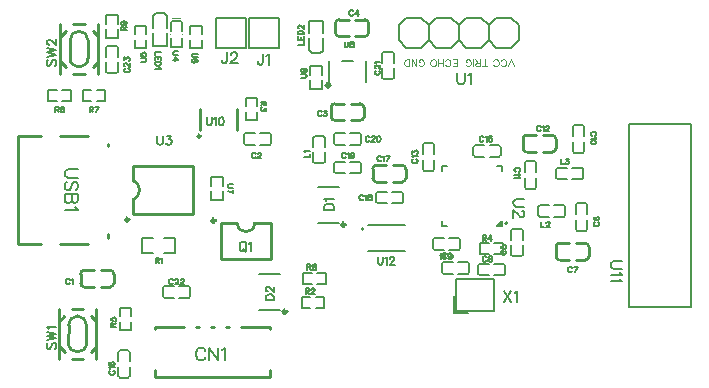
<source format=gto>
G04 Layer: TopSilkscreenLayer*
G04 EasyEDA v6.5.34, 2023-10-27 16:27:23*
G04 808af14f2a724accbce3cd49f21b2442,3d03538306d245868c61186af2047e2d,10*
G04 Gerber Generator version 0.2*
G04 Scale: 100 percent, Rotated: No, Reflected: No *
G04 Dimensions in millimeters *
G04 leading zeros omitted , absolute positions ,4 integer and 5 decimal *
%FSLAX45Y45*%
%MOMM*%

%ADD10C,0.1524*%
%ADD11C,0.0508*%
%ADD12C,0.2540*%
%ADD13C,0.2032*%
%ADD14C,0.2030*%
%ADD15C,0.1499*%
%ADD16C,0.1520*%
%ADD17C,0.2000*%
%ADD18C,0.3000*%
%ADD19C,0.0762*%
%ADD20C,0.0175*%

%LPD*%
D10*
X973836Y4700015D02*
G01*
X971550Y4704587D01*
X966978Y4709160D01*
X962405Y4711445D01*
X953515Y4711445D01*
X948944Y4709160D01*
X944371Y4704587D01*
X942086Y4700015D01*
X939800Y4693157D01*
X939800Y4681728D01*
X942086Y4674870D01*
X944371Y4670552D01*
X948944Y4665979D01*
X953515Y4663694D01*
X962405Y4663694D01*
X966978Y4665979D01*
X971550Y4670552D01*
X973836Y4674870D01*
X988821Y4702302D02*
G01*
X993394Y4704587D01*
X1000252Y4711445D01*
X1000252Y4663694D01*
X3107436Y6122415D02*
G01*
X3105150Y6126987D01*
X3100577Y6131560D01*
X3096006Y6133845D01*
X3087115Y6133845D01*
X3082543Y6131560D01*
X3077972Y6126987D01*
X3075686Y6122415D01*
X3073400Y6115557D01*
X3073400Y6104128D01*
X3075686Y6097270D01*
X3077972Y6092952D01*
X3082543Y6088379D01*
X3087115Y6086094D01*
X3096006Y6086094D01*
X3100577Y6088379D01*
X3105150Y6092952D01*
X3107436Y6097270D01*
X3126993Y6133845D02*
G01*
X3152140Y6133845D01*
X3138424Y6115557D01*
X3145281Y6115557D01*
X3149854Y6113271D01*
X3152140Y6110986D01*
X3154425Y6104128D01*
X3154425Y6099555D01*
X3152140Y6092952D01*
X3147568Y6088379D01*
X3140709Y6086094D01*
X3133852Y6086094D01*
X3126993Y6088379D01*
X3124708Y6090665D01*
X3122422Y6095237D01*
X3374136Y6973315D02*
G01*
X3371850Y6977887D01*
X3367277Y6982460D01*
X3362706Y6984745D01*
X3353815Y6984745D01*
X3349243Y6982460D01*
X3344672Y6977887D01*
X3342386Y6973315D01*
X3340100Y6966458D01*
X3340100Y6955028D01*
X3342386Y6948170D01*
X3344672Y6943852D01*
X3349243Y6939279D01*
X3353815Y6936994D01*
X3362706Y6936994D01*
X3367277Y6939279D01*
X3371850Y6943852D01*
X3374136Y6948170D01*
X3411981Y6984745D02*
G01*
X3389122Y6952742D01*
X3423158Y6952742D01*
X3411981Y6984745D02*
G01*
X3411981Y6936994D01*
X5228336Y4801621D02*
G01*
X5226050Y4806193D01*
X5221477Y4810765D01*
X5216906Y4813051D01*
X5208015Y4813051D01*
X5203443Y4810765D01*
X5198872Y4806193D01*
X5196586Y4801621D01*
X5194300Y4794763D01*
X5194300Y4783333D01*
X5196586Y4776475D01*
X5198872Y4772157D01*
X5203443Y4767585D01*
X5208015Y4765299D01*
X5216906Y4765299D01*
X5221477Y4767585D01*
X5226050Y4772157D01*
X5228336Y4776475D01*
X5275325Y4813051D02*
G01*
X5252465Y4765299D01*
X5243322Y4813051D02*
G01*
X5275325Y4813051D01*
X4961636Y5995415D02*
G01*
X4959350Y5999987D01*
X4954777Y6004560D01*
X4950206Y6006845D01*
X4941315Y6006845D01*
X4936743Y6004560D01*
X4932172Y5999987D01*
X4929886Y5995415D01*
X4927600Y5988557D01*
X4927600Y5977128D01*
X4929886Y5970270D01*
X4932172Y5965952D01*
X4936743Y5961379D01*
X4941315Y5959094D01*
X4950206Y5959094D01*
X4954777Y5961379D01*
X4959350Y5965952D01*
X4961636Y5970270D01*
X4976622Y5997702D02*
G01*
X4981193Y5999987D01*
X4988052Y6006845D01*
X4988052Y5959094D01*
X5005324Y5995415D02*
G01*
X5005324Y5997702D01*
X5007609Y6002273D01*
X5009895Y6004560D01*
X5014468Y6006845D01*
X5023611Y6006845D01*
X5027929Y6004560D01*
X5030215Y6002273D01*
X5032502Y5997702D01*
X5032502Y5993129D01*
X5030215Y5988557D01*
X5025897Y5981700D01*
X5003038Y5959094D01*
X5034788Y5959094D01*
X3613711Y5741415D02*
G01*
X3611425Y5745987D01*
X3606853Y5750560D01*
X3602281Y5752845D01*
X3593391Y5752845D01*
X3588819Y5750560D01*
X3584247Y5745987D01*
X3581961Y5741415D01*
X3579675Y5734557D01*
X3579675Y5723128D01*
X3581961Y5716270D01*
X3584247Y5711952D01*
X3588819Y5707379D01*
X3593391Y5705094D01*
X3602281Y5705094D01*
X3606853Y5707379D01*
X3611425Y5711952D01*
X3613711Y5716270D01*
X3628697Y5743702D02*
G01*
X3633269Y5745987D01*
X3640127Y5752845D01*
X3640127Y5705094D01*
X3686863Y5752845D02*
G01*
X3664257Y5705094D01*
X3655113Y5752845D02*
G01*
X3686863Y5752845D01*
X2548636Y5766815D02*
G01*
X2546350Y5771387D01*
X2541777Y5775960D01*
X2537206Y5778245D01*
X2528315Y5778245D01*
X2523743Y5775960D01*
X2519172Y5771387D01*
X2516886Y5766815D01*
X2514600Y5759957D01*
X2514600Y5748528D01*
X2516886Y5741670D01*
X2519172Y5737352D01*
X2523743Y5732779D01*
X2528315Y5730494D01*
X2537206Y5730494D01*
X2541777Y5732779D01*
X2546350Y5737352D01*
X2548636Y5741670D01*
X2565908Y5766815D02*
G01*
X2565908Y5769102D01*
X2568193Y5773673D01*
X2570479Y5775960D01*
X2575052Y5778245D01*
X2584195Y5778245D01*
X2588768Y5775960D01*
X2591054Y5773673D01*
X2593340Y5769102D01*
X2593340Y5764529D01*
X2591054Y5759957D01*
X2586481Y5753100D01*
X2563622Y5730494D01*
X2595625Y5730494D01*
X4634484Y4948936D02*
G01*
X4629911Y4946650D01*
X4625340Y4942078D01*
X4623054Y4937505D01*
X4623054Y4928615D01*
X4625340Y4924044D01*
X4629911Y4919471D01*
X4634484Y4917186D01*
X4641341Y4914900D01*
X4652772Y4914900D01*
X4659629Y4917186D01*
X4663947Y4919471D01*
X4668520Y4924044D01*
X4670806Y4928615D01*
X4670806Y4937505D01*
X4668520Y4942078D01*
X4663947Y4946650D01*
X4659629Y4948936D01*
X4623054Y4991354D02*
G01*
X4623054Y4968494D01*
X4643627Y4966207D01*
X4641341Y4968494D01*
X4639056Y4975352D01*
X4639056Y4982210D01*
X4641341Y4989068D01*
X4645913Y4993639D01*
X4652772Y4995926D01*
X4657343Y4995926D01*
X4663947Y4993639D01*
X4668520Y4989068D01*
X4670806Y4982210D01*
X4670806Y4975352D01*
X4668520Y4968494D01*
X4666234Y4966207D01*
X4661661Y4963921D01*
X5421884Y5190241D02*
G01*
X5417311Y5187955D01*
X5412740Y5183383D01*
X5410454Y5178811D01*
X5410454Y5169921D01*
X5412740Y5165349D01*
X5417311Y5160777D01*
X5421884Y5158491D01*
X5428741Y5156205D01*
X5440172Y5156205D01*
X5447029Y5158491D01*
X5451347Y5160777D01*
X5455920Y5165349D01*
X5458206Y5169921D01*
X5458206Y5178811D01*
X5455920Y5183383D01*
X5451347Y5187955D01*
X5447029Y5190241D01*
X5417311Y5232659D02*
G01*
X5412740Y5230373D01*
X5410454Y5223515D01*
X5410454Y5218943D01*
X5412740Y5212085D01*
X5419597Y5207513D01*
X5431027Y5205227D01*
X5442458Y5205227D01*
X5451347Y5207513D01*
X5455920Y5212085D01*
X5458206Y5218943D01*
X5458206Y5221229D01*
X5455920Y5228087D01*
X5451347Y5232659D01*
X5444743Y5234945D01*
X5442458Y5234945D01*
X5435600Y5232659D01*
X5431027Y5228087D01*
X5428741Y5221229D01*
X5428741Y5218943D01*
X5431027Y5212085D01*
X5435600Y5207513D01*
X5442458Y5205227D01*
X4504436Y4890515D02*
G01*
X4502150Y4895087D01*
X4497577Y4899660D01*
X4493006Y4901945D01*
X4484115Y4901945D01*
X4479543Y4899660D01*
X4474972Y4895087D01*
X4472686Y4890515D01*
X4470400Y4883657D01*
X4470400Y4872228D01*
X4472686Y4865370D01*
X4474972Y4861052D01*
X4479543Y4856479D01*
X4484115Y4854194D01*
X4493006Y4854194D01*
X4497577Y4856479D01*
X4502150Y4861052D01*
X4504436Y4865370D01*
X4530852Y4901945D02*
G01*
X4523993Y4899660D01*
X4521708Y4895087D01*
X4521708Y4890515D01*
X4523993Y4885944D01*
X4528565Y4883657D01*
X4537709Y4881371D01*
X4544568Y4879086D01*
X4549140Y4874513D01*
X4551425Y4869942D01*
X4551425Y4863337D01*
X4549140Y4858765D01*
X4546854Y4856479D01*
X4539995Y4854194D01*
X4530852Y4854194D01*
X4523993Y4856479D01*
X4521708Y4858765D01*
X4519422Y4863337D01*
X4519422Y4869942D01*
X4521708Y4874513D01*
X4526279Y4879086D01*
X4533138Y4881371D01*
X4542281Y4883657D01*
X4546854Y4885944D01*
X4549140Y4890515D01*
X4549140Y4895087D01*
X4546854Y4899660D01*
X4539995Y4901945D01*
X4530852Y4901945D01*
X4161536Y4915915D02*
G01*
X4159250Y4920487D01*
X4154677Y4925060D01*
X4150106Y4927345D01*
X4141215Y4927345D01*
X4136643Y4925060D01*
X4132072Y4920487D01*
X4129786Y4915915D01*
X4127500Y4909057D01*
X4127500Y4897628D01*
X4129786Y4890770D01*
X4132072Y4886452D01*
X4136643Y4881879D01*
X4141215Y4879594D01*
X4150106Y4879594D01*
X4154677Y4881879D01*
X4159250Y4886452D01*
X4161536Y4890770D01*
X4206240Y4911344D02*
G01*
X4203954Y4904486D01*
X4199381Y4899913D01*
X4192524Y4897628D01*
X4190238Y4897628D01*
X4183379Y4899913D01*
X4178808Y4904486D01*
X4176522Y4911344D01*
X4176522Y4913629D01*
X4178808Y4920487D01*
X4183379Y4925060D01*
X4190238Y4927345D01*
X4192524Y4927345D01*
X4199381Y4925060D01*
X4203954Y4920487D01*
X4206240Y4911344D01*
X4206240Y4899913D01*
X4203954Y4888737D01*
X4199381Y4881879D01*
X4192524Y4879594D01*
X4187952Y4879594D01*
X4181093Y4881879D01*
X4178808Y4886452D01*
X5423915Y5922263D02*
G01*
X5428488Y5924550D01*
X5433059Y5929121D01*
X5435345Y5933694D01*
X5435345Y5942584D01*
X5433059Y5947155D01*
X5428488Y5951728D01*
X5423915Y5954013D01*
X5417058Y5956300D01*
X5405627Y5956300D01*
X5398770Y5954013D01*
X5394452Y5951728D01*
X5389879Y5947155D01*
X5387593Y5942584D01*
X5387593Y5933694D01*
X5389879Y5929121D01*
X5394452Y5924550D01*
X5398770Y5922263D01*
X5426202Y5907278D02*
G01*
X5428488Y5902705D01*
X5435345Y5895847D01*
X5387593Y5895847D01*
X5435345Y5867145D02*
G01*
X5433059Y5874004D01*
X5426202Y5878576D01*
X5414772Y5880862D01*
X5407913Y5880862D01*
X5396738Y5878576D01*
X5389879Y5874004D01*
X5387593Y5867145D01*
X5387593Y5862573D01*
X5389879Y5855970D01*
X5396738Y5851397D01*
X5407913Y5849112D01*
X5414772Y5849112D01*
X5426202Y5851397D01*
X5433059Y5855970D01*
X5435345Y5862573D01*
X5435345Y5867145D01*
X4776215Y5617463D02*
G01*
X4780788Y5619750D01*
X4785359Y5624321D01*
X4787645Y5628894D01*
X4787645Y5637784D01*
X4785359Y5642355D01*
X4780788Y5646928D01*
X4776215Y5649213D01*
X4769358Y5651500D01*
X4757927Y5651500D01*
X4751070Y5649213D01*
X4746752Y5646928D01*
X4742179Y5642355D01*
X4739893Y5637784D01*
X4739893Y5628894D01*
X4742179Y5624321D01*
X4746752Y5619750D01*
X4751070Y5617463D01*
X4778502Y5602478D02*
G01*
X4780788Y5597905D01*
X4787645Y5591047D01*
X4739893Y5591047D01*
X4778502Y5576062D02*
G01*
X4780788Y5571489D01*
X4787645Y5564631D01*
X4739893Y5564631D01*
X3885184Y5723636D02*
G01*
X3880611Y5721350D01*
X3876040Y5716778D01*
X3873754Y5712205D01*
X3873754Y5703315D01*
X3876040Y5698744D01*
X3880611Y5694171D01*
X3885184Y5691886D01*
X3892041Y5689600D01*
X3903472Y5689600D01*
X3910329Y5691886D01*
X3914647Y5694171D01*
X3919220Y5698744D01*
X3921506Y5703315D01*
X3921506Y5712205D01*
X3919220Y5716778D01*
X3914647Y5721350D01*
X3910329Y5723636D01*
X3882897Y5738621D02*
G01*
X3880611Y5743194D01*
X3873754Y5750052D01*
X3921506Y5750052D01*
X3873754Y5769610D02*
G01*
X3873754Y5794502D01*
X3892041Y5781039D01*
X3892041Y5787897D01*
X3894327Y5792215D01*
X3896613Y5794502D01*
X3903472Y5796787D01*
X3908043Y5796787D01*
X3914647Y5794502D01*
X3919220Y5789929D01*
X3921506Y5783326D01*
X3921506Y5776468D01*
X3919220Y5769610D01*
X3916934Y5767323D01*
X3912361Y5765037D01*
X4182363Y4888484D02*
G01*
X4184650Y4883912D01*
X4189222Y4879339D01*
X4193793Y4877054D01*
X4202684Y4877054D01*
X4207256Y4879339D01*
X4211827Y4883912D01*
X4214113Y4888484D01*
X4216400Y4895342D01*
X4216400Y4906771D01*
X4214113Y4913629D01*
X4211827Y4917947D01*
X4207256Y4922520D01*
X4202684Y4924805D01*
X4193793Y4924805D01*
X4189222Y4922520D01*
X4184650Y4917947D01*
X4182363Y4913629D01*
X4167377Y4886197D02*
G01*
X4162806Y4883912D01*
X4155947Y4877054D01*
X4155947Y4924805D01*
X4118102Y4877054D02*
G01*
X4140961Y4909057D01*
X4106925Y4909057D01*
X4118102Y4877054D02*
G01*
X4118102Y4924805D01*
X4479036Y5906515D02*
G01*
X4476750Y5911087D01*
X4472177Y5915660D01*
X4467606Y5917945D01*
X4458715Y5917945D01*
X4454143Y5915660D01*
X4449572Y5911087D01*
X4447286Y5906515D01*
X4445000Y5899657D01*
X4445000Y5888228D01*
X4447286Y5881370D01*
X4449572Y5877052D01*
X4454143Y5872479D01*
X4458715Y5870194D01*
X4467606Y5870194D01*
X4472177Y5872479D01*
X4476750Y5877052D01*
X4479036Y5881370D01*
X4494022Y5908802D02*
G01*
X4498593Y5911087D01*
X4505452Y5917945D01*
X4505452Y5870194D01*
X4547615Y5917945D02*
G01*
X4525009Y5917945D01*
X4522724Y5897371D01*
X4525009Y5899657D01*
X4531868Y5901944D01*
X4538725Y5901944D01*
X4545329Y5899657D01*
X4549902Y5895086D01*
X4552188Y5888228D01*
X4552188Y5883655D01*
X4549902Y5877052D01*
X4545329Y5872479D01*
X4538725Y5870194D01*
X4531868Y5870194D01*
X4525009Y5872479D01*
X4522724Y5874765D01*
X4520438Y5879337D01*
X1319784Y3932936D02*
G01*
X1315212Y3930650D01*
X1310639Y3926078D01*
X1308354Y3921505D01*
X1308354Y3912615D01*
X1310639Y3908044D01*
X1315212Y3903471D01*
X1319784Y3901186D01*
X1326642Y3898900D01*
X1338071Y3898900D01*
X1344929Y3901186D01*
X1349247Y3903471D01*
X1353820Y3908044D01*
X1356105Y3912615D01*
X1356105Y3921505D01*
X1353820Y3926078D01*
X1349247Y3930650D01*
X1344929Y3932936D01*
X1317497Y3947921D02*
G01*
X1315212Y3952494D01*
X1308354Y3959352D01*
X1356105Y3959352D01*
X1315212Y4001515D02*
G01*
X1310639Y3999229D01*
X1308354Y3992626D01*
X1308354Y3988054D01*
X1310639Y3981195D01*
X1317497Y3976623D01*
X1328928Y3974337D01*
X1340357Y3974337D01*
X1349247Y3976623D01*
X1353820Y3981195D01*
X1356105Y3988054D01*
X1356105Y3990339D01*
X1353820Y3997197D01*
X1349247Y4001515D01*
X1342644Y4003802D01*
X1340357Y4003802D01*
X1333500Y4001515D01*
X1328928Y3997197D01*
X1326642Y3990339D01*
X1326642Y3988054D01*
X1328928Y3981195D01*
X1333500Y3976623D01*
X1340357Y3974337D01*
X3461362Y5411215D02*
G01*
X3459076Y5415787D01*
X3454504Y5420360D01*
X3449932Y5422645D01*
X3440788Y5422645D01*
X3436470Y5420360D01*
X3431898Y5415787D01*
X3429612Y5411215D01*
X3427326Y5404357D01*
X3427326Y5392928D01*
X3429612Y5386070D01*
X3431898Y5381752D01*
X3436470Y5377179D01*
X3440788Y5374894D01*
X3449932Y5374894D01*
X3454504Y5377179D01*
X3459076Y5381752D01*
X3461362Y5386070D01*
X3476348Y5413502D02*
G01*
X3480920Y5415787D01*
X3487778Y5422645D01*
X3487778Y5374894D01*
X3514194Y5422645D02*
G01*
X3507336Y5420360D01*
X3505050Y5415787D01*
X3505050Y5411215D01*
X3507336Y5406644D01*
X3511908Y5404357D01*
X3520798Y5402071D01*
X3527656Y5399786D01*
X3532228Y5395213D01*
X3534514Y5390642D01*
X3534514Y5384037D01*
X3532228Y5379465D01*
X3529942Y5377179D01*
X3523084Y5374894D01*
X3514194Y5374894D01*
X3507336Y5377179D01*
X3505050Y5379465D01*
X3502764Y5384037D01*
X3502764Y5390642D01*
X3505050Y5395213D01*
X3509622Y5399786D01*
X3516480Y5402071D01*
X3525370Y5404357D01*
X3529942Y5406644D01*
X3532228Y5411215D01*
X3532228Y5415787D01*
X3529942Y5420360D01*
X3523084Y5422645D01*
X3514194Y5422645D01*
X3310636Y5766815D02*
G01*
X3308350Y5771387D01*
X3303777Y5775960D01*
X3299206Y5778245D01*
X3290315Y5778245D01*
X3285743Y5775960D01*
X3281172Y5771387D01*
X3278886Y5766815D01*
X3276600Y5759957D01*
X3276600Y5748528D01*
X3278886Y5741670D01*
X3281172Y5737352D01*
X3285743Y5732779D01*
X3290315Y5730494D01*
X3299206Y5730494D01*
X3303777Y5732779D01*
X3308350Y5737352D01*
X3310636Y5741670D01*
X3325622Y5769102D02*
G01*
X3330193Y5771387D01*
X3337052Y5778245D01*
X3337052Y5730494D01*
X3381502Y5762244D02*
G01*
X3379215Y5755386D01*
X3374897Y5750813D01*
X3368040Y5748528D01*
X3365754Y5748528D01*
X3358895Y5750813D01*
X3354324Y5755386D01*
X3352038Y5762244D01*
X3352038Y5764529D01*
X3354324Y5771387D01*
X3358895Y5775960D01*
X3365754Y5778245D01*
X3368040Y5778245D01*
X3374897Y5775960D01*
X3379215Y5771387D01*
X3381502Y5762244D01*
X3381502Y5750813D01*
X3379215Y5739637D01*
X3374897Y5732779D01*
X3368040Y5730494D01*
X3363468Y5730494D01*
X3356609Y5732779D01*
X3354324Y5737352D01*
X3513836Y5906515D02*
G01*
X3511550Y5911087D01*
X3506977Y5915660D01*
X3502406Y5917945D01*
X3493515Y5917945D01*
X3488943Y5915660D01*
X3484372Y5911087D01*
X3482086Y5906515D01*
X3479800Y5899657D01*
X3479800Y5888228D01*
X3482086Y5881370D01*
X3484372Y5877052D01*
X3488943Y5872479D01*
X3493515Y5870194D01*
X3502406Y5870194D01*
X3506977Y5872479D01*
X3511550Y5877052D01*
X3513836Y5881370D01*
X3531108Y5906515D02*
G01*
X3531108Y5908802D01*
X3533393Y5913373D01*
X3535679Y5915660D01*
X3540252Y5917945D01*
X3549395Y5917945D01*
X3553968Y5915660D01*
X3556254Y5913373D01*
X3558540Y5908802D01*
X3558540Y5904229D01*
X3556254Y5899657D01*
X3551681Y5892800D01*
X3528822Y5870194D01*
X3560825Y5870194D01*
X3589274Y5917945D02*
G01*
X3582415Y5915660D01*
X3578097Y5908802D01*
X3575811Y5897371D01*
X3575811Y5890513D01*
X3578097Y5879337D01*
X3582415Y5872479D01*
X3589274Y5870194D01*
X3593845Y5870194D01*
X3600704Y5872479D01*
X3605275Y5879337D01*
X3607561Y5890513D01*
X3607561Y5897371D01*
X3605275Y5908802D01*
X3600704Y5915660D01*
X3593845Y5917945D01*
X3589274Y5917945D01*
X3567684Y6472936D02*
G01*
X3563111Y6470650D01*
X3558540Y6466078D01*
X3556254Y6461505D01*
X3556254Y6452615D01*
X3558540Y6448044D01*
X3563111Y6443471D01*
X3567684Y6441186D01*
X3574541Y6438900D01*
X3585972Y6438900D01*
X3592829Y6441186D01*
X3597147Y6443471D01*
X3601720Y6448044D01*
X3604006Y6452615D01*
X3604006Y6461505D01*
X3601720Y6466078D01*
X3597147Y6470650D01*
X3592829Y6472936D01*
X3567684Y6490207D02*
G01*
X3565397Y6490207D01*
X3560825Y6492494D01*
X3558540Y6494779D01*
X3556254Y6499352D01*
X3556254Y6508495D01*
X3558540Y6513068D01*
X3560825Y6515354D01*
X3565397Y6517639D01*
X3569970Y6517639D01*
X3574541Y6515354D01*
X3581400Y6510781D01*
X3604006Y6487921D01*
X3604006Y6519926D01*
X3565397Y6534912D02*
G01*
X3563111Y6539229D01*
X3556254Y6546087D01*
X3604006Y6546087D01*
X1850136Y4700015D02*
G01*
X1847850Y4704587D01*
X1843278Y4709160D01*
X1838705Y4711445D01*
X1829815Y4711445D01*
X1825244Y4709160D01*
X1820671Y4704587D01*
X1818386Y4700015D01*
X1816100Y4693157D01*
X1816100Y4681728D01*
X1818386Y4674870D01*
X1820671Y4670552D01*
X1825244Y4665979D01*
X1829815Y4663694D01*
X1838705Y4663694D01*
X1843278Y4665979D01*
X1847850Y4670552D01*
X1850136Y4674870D01*
X1867407Y4700015D02*
G01*
X1867407Y4702302D01*
X1869694Y4706873D01*
X1871979Y4709160D01*
X1876552Y4711445D01*
X1885695Y4711445D01*
X1890268Y4709160D01*
X1892554Y4706873D01*
X1894839Y4702302D01*
X1894839Y4697729D01*
X1892554Y4693157D01*
X1887981Y4686300D01*
X1865121Y4663694D01*
X1897126Y4663694D01*
X1914397Y4700015D02*
G01*
X1914397Y4702302D01*
X1916429Y4706873D01*
X1918715Y4709160D01*
X1923287Y4711445D01*
X1932431Y4711445D01*
X1937004Y4709160D01*
X1939290Y4706873D01*
X1941575Y4702302D01*
X1941575Y4697729D01*
X1939290Y4693157D01*
X1934718Y4686300D01*
X1912112Y4663694D01*
X1943861Y4663694D01*
X2123188Y4101558D02*
G01*
X2117854Y4111972D01*
X2107440Y4122386D01*
X2097280Y4127466D01*
X2076452Y4127466D01*
X2066038Y4122386D01*
X2055624Y4111972D01*
X2050290Y4101558D01*
X2045210Y4085810D01*
X2045210Y4059902D01*
X2050290Y4044408D01*
X2055624Y4033994D01*
X2066038Y4023580D01*
X2076452Y4018500D01*
X2097280Y4018500D01*
X2107440Y4023580D01*
X2117854Y4033994D01*
X2123188Y4044408D01*
X2157478Y4127466D02*
G01*
X2157478Y4018500D01*
X2157478Y4127466D02*
G01*
X2230122Y4018500D01*
X2230122Y4127466D02*
G01*
X2230122Y4018500D01*
X2264412Y4106638D02*
G01*
X2274826Y4111972D01*
X2290320Y4127466D01*
X2290320Y4018500D01*
X3132327Y5295900D02*
G01*
X3208781Y5295900D01*
X3132327Y5295900D02*
G01*
X3132327Y5321300D01*
X3135884Y5332221D01*
X3143250Y5339587D01*
X3150615Y5343144D01*
X3161538Y5346700D01*
X3179572Y5346700D01*
X3190493Y5343144D01*
X3197859Y5339587D01*
X3205225Y5332221D01*
X3208781Y5321300D01*
X3208781Y5295900D01*
X3146806Y5370829D02*
G01*
X3143250Y5378195D01*
X3132327Y5388863D01*
X3208781Y5388863D01*
X2634488Y4533900D02*
G01*
X2701290Y4533900D01*
X2634488Y4533900D02*
G01*
X2634488Y4556252D01*
X2637536Y4565650D01*
X2643886Y4572000D01*
X2650490Y4575302D01*
X2659888Y4578350D01*
X2675890Y4578350D01*
X2685288Y4575302D01*
X2691638Y4572000D01*
X2697988Y4565650D01*
X2701290Y4556252D01*
X2701290Y4533900D01*
X2650490Y4602734D02*
G01*
X2647188Y4602734D01*
X2640838Y4605781D01*
X2637536Y4609084D01*
X2634488Y4615434D01*
X2634488Y4628134D01*
X2637536Y4634484D01*
X2640838Y4637531D01*
X2647188Y4640834D01*
X2653538Y4640834D01*
X2659888Y4637531D01*
X2669540Y4631181D01*
X2701290Y4599431D01*
X2701290Y4643881D01*
X2610865Y6615937D02*
G01*
X2610865Y6543294D01*
X2606293Y6529578D01*
X2601722Y6525005D01*
X2592577Y6520434D01*
X2583688Y6520434D01*
X2574543Y6525005D01*
X2569972Y6529578D01*
X2565400Y6543294D01*
X2565400Y6552437D01*
X2640838Y6597904D02*
G01*
X2649981Y6602476D01*
X2663697Y6615937D01*
X2663697Y6520434D01*
X2306065Y6628637D02*
G01*
X2306065Y6555994D01*
X2301493Y6542278D01*
X2296922Y6537705D01*
X2287777Y6533134D01*
X2278888Y6533134D01*
X2269743Y6537705D01*
X2265172Y6542278D01*
X2260600Y6555994D01*
X2260600Y6565137D01*
X2340609Y6606031D02*
G01*
X2340609Y6610604D01*
X2345181Y6619494D01*
X2349754Y6624065D01*
X2358897Y6628637D01*
X2376931Y6628637D01*
X2386075Y6624065D01*
X2390647Y6619494D01*
X2395220Y6610604D01*
X2395220Y6601460D01*
X2390647Y6592315D01*
X2381504Y6578600D01*
X2336038Y6533134D01*
X2399791Y6533134D01*
X2959354Y5740400D02*
G01*
X3007106Y5740400D01*
X3007106Y5740400D02*
G01*
X3007106Y5767578D01*
X2968497Y5782563D02*
G01*
X2966211Y5787136D01*
X2959354Y5793994D01*
X3007106Y5793994D01*
X4965700Y5194051D02*
G01*
X4965700Y5146299D01*
X4965700Y5146299D02*
G01*
X4992877Y5146299D01*
X5010150Y5182621D02*
G01*
X5010150Y5184907D01*
X5012436Y5189479D01*
X5014722Y5191765D01*
X5019293Y5194051D01*
X5028438Y5194051D01*
X5033009Y5191765D01*
X5035295Y5189479D01*
X5037581Y5184907D01*
X5037581Y5180335D01*
X5035295Y5175763D01*
X5030724Y5168905D01*
X5007863Y5146299D01*
X5039868Y5146299D01*
X5130800Y5727445D02*
G01*
X5130800Y5679694D01*
X5130800Y5679694D02*
G01*
X5157977Y5679694D01*
X5177536Y5727445D02*
G01*
X5202681Y5727445D01*
X5188965Y5709157D01*
X5195824Y5709157D01*
X5200395Y5706871D01*
X5202681Y5704586D01*
X5204968Y5697728D01*
X5204968Y5693155D01*
X5202681Y5686552D01*
X5198109Y5681979D01*
X5191252Y5679694D01*
X5184393Y5679694D01*
X5177536Y5681979D01*
X5175250Y5684265D01*
X5172963Y5688837D01*
X1744454Y6634050D02*
G01*
X1696702Y6634050D01*
X1696702Y6634050D02*
G01*
X1696702Y6606872D01*
X1744454Y6591632D02*
G01*
X1696702Y6591632D01*
X1744454Y6591632D02*
G01*
X1744454Y6562168D01*
X1721594Y6591632D02*
G01*
X1721594Y6573598D01*
X1696702Y6591632D02*
G01*
X1696702Y6562168D01*
X1744454Y6547182D02*
G01*
X1696702Y6547182D01*
X1744454Y6547182D02*
G01*
X1744454Y6531180D01*
X1742168Y6524576D01*
X1737596Y6520004D01*
X1733024Y6517718D01*
X1726166Y6515432D01*
X1714990Y6515432D01*
X1708132Y6517718D01*
X1703560Y6520004D01*
X1698988Y6524576D01*
X1696702Y6531180D01*
X1696702Y6547182D01*
X1735310Y6500446D02*
G01*
X1737596Y6495874D01*
X1744454Y6489016D01*
X1696702Y6489016D01*
X2908554Y6692900D02*
G01*
X2956306Y6692900D01*
X2956306Y6692900D02*
G01*
X2956306Y6720078D01*
X2908554Y6735063D02*
G01*
X2956306Y6735063D01*
X2908554Y6735063D02*
G01*
X2908554Y6764781D01*
X2931413Y6735063D02*
G01*
X2931413Y6753352D01*
X2956306Y6735063D02*
G01*
X2956306Y6764781D01*
X2908554Y6779768D02*
G01*
X2956306Y6779768D01*
X2908554Y6779768D02*
G01*
X2908554Y6795515D01*
X2910840Y6802373D01*
X2915411Y6806945D01*
X2919984Y6809231D01*
X2926841Y6811518D01*
X2938272Y6811518D01*
X2945129Y6809231D01*
X2949447Y6806945D01*
X2954020Y6802373D01*
X2956306Y6795515D01*
X2956306Y6779768D01*
X2919984Y6828789D02*
G01*
X2917697Y6828789D01*
X2913125Y6831076D01*
X2910840Y6833362D01*
X2908554Y6837934D01*
X2908554Y6847078D01*
X2910840Y6851650D01*
X2913125Y6853681D01*
X2917697Y6855968D01*
X2922270Y6855968D01*
X2926841Y6853681D01*
X2933700Y6849363D01*
X2956306Y6826504D01*
X2956306Y6858254D01*
X2434843Y5021071D02*
G01*
X2427477Y5017515D01*
X2420365Y5010150D01*
X2416556Y5002784D01*
X2413000Y4991862D01*
X2413000Y4973828D01*
X2416556Y4962905D01*
X2420365Y4955539D01*
X2427477Y4948173D01*
X2434843Y4944618D01*
X2449322Y4944618D01*
X2456688Y4948173D01*
X2463800Y4955539D01*
X2467609Y4962905D01*
X2471165Y4973828D01*
X2471165Y4991862D01*
X2467609Y5002784D01*
X2463800Y5010150D01*
X2456688Y5017515D01*
X2449322Y5021071D01*
X2434843Y5021071D01*
X2445765Y4959095D02*
G01*
X2467609Y4937505D01*
X2495295Y5006594D02*
G01*
X2502408Y5010150D01*
X2513329Y5021071D01*
X2513329Y4944618D01*
X1701800Y4889245D02*
G01*
X1701800Y4841494D01*
X1701800Y4889245D02*
G01*
X1722373Y4889245D01*
X1728978Y4886960D01*
X1731263Y4884673D01*
X1733550Y4880102D01*
X1733550Y4875529D01*
X1731263Y4870957D01*
X1728978Y4868671D01*
X1722373Y4866386D01*
X1701800Y4866386D01*
X1717802Y4866386D02*
G01*
X1733550Y4841494D01*
X1748536Y4880102D02*
G01*
X1753107Y4882387D01*
X1759965Y4889245D01*
X1759965Y4841494D01*
X2972308Y4628895D02*
G01*
X2972308Y4581144D01*
X2972308Y4628895D02*
G01*
X2992881Y4628895D01*
X2999486Y4626610D01*
X3001772Y4624323D01*
X3004058Y4619752D01*
X3004058Y4615179D01*
X3001772Y4610607D01*
X2999486Y4608321D01*
X2992881Y4606036D01*
X2972308Y4606036D01*
X2988309Y4606036D02*
G01*
X3004058Y4581144D01*
X3021329Y4617465D02*
G01*
X3021329Y4619752D01*
X3023615Y4624323D01*
X3025902Y4626610D01*
X3030474Y4628895D01*
X3039618Y4628895D01*
X3044190Y4626610D01*
X3046475Y4624323D01*
X3048761Y4619752D01*
X3048761Y4615179D01*
X3046475Y4610607D01*
X3041904Y4603750D01*
X3019043Y4581144D01*
X3051047Y4581144D01*
X2641345Y6210300D02*
G01*
X2593593Y6210300D01*
X2641345Y6210300D02*
G01*
X2641345Y6189726D01*
X2639059Y6183121D01*
X2636774Y6180836D01*
X2632202Y6178550D01*
X2627629Y6178550D01*
X2623058Y6180836D01*
X2620772Y6183121D01*
X2618486Y6189726D01*
X2618486Y6210300D01*
X2618486Y6194297D02*
G01*
X2593593Y6178550D01*
X2641345Y6158992D02*
G01*
X2641345Y6133845D01*
X2623058Y6147562D01*
X2623058Y6140704D01*
X2620772Y6136131D01*
X2618486Y6133845D01*
X2611627Y6131560D01*
X2607056Y6131560D01*
X2600452Y6133845D01*
X2595879Y6138418D01*
X2593593Y6145276D01*
X2593593Y6152134D01*
X2595879Y6158992D01*
X2598165Y6161278D01*
X2602738Y6163563D01*
X4470400Y5079745D02*
G01*
X4470400Y5031994D01*
X4470400Y5079745D02*
G01*
X4490974Y5079745D01*
X4497577Y5077460D01*
X4499863Y5075173D01*
X4502150Y5070602D01*
X4502150Y5066029D01*
X4499863Y5061457D01*
X4497577Y5059171D01*
X4490974Y5056886D01*
X4470400Y5056886D01*
X4486402Y5056886D02*
G01*
X4502150Y5031994D01*
X4539995Y5079745D02*
G01*
X4517136Y5047742D01*
X4551425Y5047742D01*
X4539995Y5079745D02*
G01*
X4539995Y5031994D01*
X1321054Y4305300D02*
G01*
X1368805Y4305300D01*
X1321054Y4305300D02*
G01*
X1321054Y4325873D01*
X1323339Y4332478D01*
X1325626Y4334763D01*
X1330197Y4337050D01*
X1334770Y4337050D01*
X1339342Y4334763D01*
X1341628Y4332478D01*
X1343913Y4325873D01*
X1343913Y4305300D01*
X1343913Y4321302D02*
G01*
X1368805Y4337050D01*
X1321054Y4379468D02*
G01*
X1321054Y4356607D01*
X1341628Y4354321D01*
X1339342Y4356607D01*
X1337055Y4363465D01*
X1337055Y4370323D01*
X1339342Y4377181D01*
X1343913Y4381754D01*
X1350771Y4384039D01*
X1355344Y4384039D01*
X1361947Y4381754D01*
X1366520Y4377181D01*
X1368805Y4370323D01*
X1368805Y4363465D01*
X1366520Y4356607D01*
X1364234Y4354321D01*
X1359662Y4352036D01*
X851407Y6165595D02*
G01*
X851407Y6117844D01*
X851407Y6165595D02*
G01*
X871981Y6165595D01*
X878586Y6163310D01*
X880871Y6161023D01*
X883157Y6156452D01*
X883157Y6151879D01*
X880871Y6147307D01*
X878586Y6145021D01*
X871981Y6142736D01*
X851407Y6142736D01*
X867410Y6142736D02*
G01*
X883157Y6117844D01*
X925576Y6158737D02*
G01*
X923289Y6163310D01*
X916431Y6165595D01*
X911860Y6165595D01*
X905002Y6163310D01*
X900429Y6156452D01*
X898144Y6145021D01*
X898144Y6133592D01*
X900429Y6124702D01*
X905002Y6120129D01*
X911860Y6117844D01*
X914145Y6117844D01*
X921004Y6120129D01*
X925576Y6124702D01*
X927862Y6131305D01*
X927862Y6133592D01*
X925576Y6140450D01*
X921004Y6145021D01*
X914145Y6147307D01*
X911860Y6147307D01*
X905002Y6145021D01*
X900429Y6140450D01*
X898144Y6133592D01*
X1143507Y6165595D02*
G01*
X1143507Y6117844D01*
X1143507Y6165595D02*
G01*
X1164081Y6165595D01*
X1170686Y6163310D01*
X1172971Y6161023D01*
X1175257Y6156452D01*
X1175257Y6151879D01*
X1172971Y6147307D01*
X1170686Y6145021D01*
X1164081Y6142736D01*
X1143507Y6142736D01*
X1159510Y6142736D02*
G01*
X1175257Y6117844D01*
X1222247Y6165595D02*
G01*
X1199387Y6117844D01*
X1190244Y6165595D02*
G01*
X1222247Y6165595D01*
X2985008Y4832095D02*
G01*
X2985008Y4784344D01*
X2985008Y4832095D02*
G01*
X3005581Y4832095D01*
X3012186Y4829810D01*
X3014472Y4827523D01*
X3016758Y4822952D01*
X3016758Y4818379D01*
X3014472Y4813807D01*
X3012186Y4811521D01*
X3005581Y4809236D01*
X2985008Y4809236D01*
X3001009Y4809236D02*
G01*
X3016758Y4784344D01*
X3043174Y4832095D02*
G01*
X3036315Y4829810D01*
X3034029Y4825237D01*
X3034029Y4820665D01*
X3036315Y4816094D01*
X3040888Y4813807D01*
X3050031Y4811521D01*
X3056890Y4809236D01*
X3061461Y4804663D01*
X3063747Y4800092D01*
X3063747Y4793487D01*
X3061461Y4788915D01*
X3059175Y4786629D01*
X3052318Y4784344D01*
X3043174Y4784344D01*
X3036315Y4786629D01*
X3034029Y4788915D01*
X3031743Y4793487D01*
X3031743Y4800092D01*
X3034029Y4804663D01*
X3038602Y4809236D01*
X3045459Y4811521D01*
X3054604Y4813807D01*
X3059175Y4816094D01*
X3061461Y4820665D01*
X3061461Y4825237D01*
X3059175Y4829810D01*
X3052318Y4832095D01*
X3043174Y4832095D01*
X1575562Y6546850D02*
G01*
X1609852Y6546850D01*
X1616455Y6549136D01*
X1621028Y6553708D01*
X1623313Y6560565D01*
X1623313Y6565137D01*
X1621028Y6571742D01*
X1616455Y6576313D01*
X1609852Y6578600D01*
X1575562Y6578600D01*
X1575562Y6621018D02*
G01*
X1575562Y6598158D01*
X1596136Y6595871D01*
X1593850Y6598158D01*
X1591563Y6605015D01*
X1591563Y6611873D01*
X1593850Y6618731D01*
X1598421Y6623304D01*
X1605279Y6625589D01*
X1609852Y6625589D01*
X1616455Y6623304D01*
X1621028Y6618731D01*
X1623313Y6611873D01*
X1623313Y6605015D01*
X1621028Y6598158D01*
X1618742Y6595871D01*
X1614170Y6593586D01*
X2058161Y6616700D02*
G01*
X2023872Y6616700D01*
X2017268Y6614413D01*
X2012695Y6609842D01*
X2010409Y6602984D01*
X2010409Y6598412D01*
X2012695Y6591808D01*
X2017268Y6587236D01*
X2023872Y6584950D01*
X2058161Y6584950D01*
X2051304Y6542531D02*
G01*
X2055875Y6544818D01*
X2058161Y6551676D01*
X2058161Y6556247D01*
X2055875Y6563105D01*
X2049018Y6567678D01*
X2037588Y6569963D01*
X2026158Y6569963D01*
X2017268Y6567678D01*
X2012695Y6563105D01*
X2010409Y6556247D01*
X2010409Y6553962D01*
X2012695Y6547104D01*
X2017268Y6542531D01*
X2023872Y6540245D01*
X2026158Y6540245D01*
X2033015Y6542531D01*
X2037588Y6547104D01*
X2039874Y6553962D01*
X2039874Y6556247D01*
X2037588Y6563105D01*
X2033015Y6567678D01*
X2026158Y6569963D01*
X2361945Y5511800D02*
G01*
X2327656Y5511800D01*
X2321052Y5509513D01*
X2316479Y5504942D01*
X2314193Y5498084D01*
X2314193Y5493512D01*
X2316479Y5486907D01*
X2321052Y5482336D01*
X2327656Y5480050D01*
X2361945Y5480050D01*
X2361945Y5433060D02*
G01*
X2314193Y5455920D01*
X2361945Y5465063D02*
G01*
X2361945Y5433060D01*
X2933954Y6413500D02*
G01*
X2968243Y6413500D01*
X2974847Y6415786D01*
X2979420Y6420357D01*
X2981706Y6427215D01*
X2981706Y6431787D01*
X2979420Y6438392D01*
X2974847Y6442963D01*
X2968243Y6445250D01*
X2933954Y6445250D01*
X2949956Y6489954D02*
G01*
X2956813Y6487668D01*
X2961386Y6483095D01*
X2963672Y6476237D01*
X2963672Y6473952D01*
X2961386Y6467094D01*
X2956813Y6462521D01*
X2949956Y6460236D01*
X2947670Y6460236D01*
X2940811Y6462521D01*
X2936240Y6467094D01*
X2933954Y6473952D01*
X2933954Y6476237D01*
X2936240Y6483095D01*
X2940811Y6487668D01*
X2949956Y6489954D01*
X2961386Y6489954D01*
X2972561Y6487668D01*
X2979420Y6483095D01*
X2981706Y6476237D01*
X2981706Y6471665D01*
X2979420Y6464807D01*
X2974847Y6462521D01*
X793750Y4165600D02*
G01*
X786384Y4158487D01*
X782828Y4147565D01*
X782828Y4133087D01*
X786384Y4122165D01*
X793750Y4114800D01*
X801115Y4114800D01*
X808228Y4118355D01*
X812037Y4122165D01*
X815594Y4129278D01*
X822960Y4151121D01*
X826515Y4158487D01*
X830071Y4162044D01*
X837437Y4165600D01*
X848360Y4165600D01*
X855726Y4158487D01*
X859281Y4147565D01*
X859281Y4133087D01*
X855726Y4122165D01*
X848360Y4114800D01*
X782828Y4189729D02*
G01*
X859281Y4207763D01*
X782828Y4226052D02*
G01*
X859281Y4207763D01*
X782828Y4226052D02*
G01*
X859281Y4244339D01*
X782828Y4262373D02*
G01*
X859281Y4244339D01*
X797305Y4286504D02*
G01*
X793750Y4293615D01*
X782828Y4304537D01*
X859281Y4304537D01*
X4825238Y5384800D02*
G01*
X4757165Y5384800D01*
X4743450Y5380228D01*
X4734306Y5371084D01*
X4729734Y5357621D01*
X4729734Y5348478D01*
X4734306Y5334762D01*
X4743450Y5325618D01*
X4757165Y5321045D01*
X4825238Y5321045D01*
X4802631Y5286502D02*
G01*
X4807204Y5286502D01*
X4816093Y5282184D01*
X4820665Y5277612D01*
X4825238Y5268468D01*
X4825238Y5250179D01*
X4820665Y5241289D01*
X4816093Y5236718D01*
X4807204Y5232145D01*
X4798059Y5232145D01*
X4788915Y5236718D01*
X4775200Y5245607D01*
X4729734Y5291073D01*
X4729734Y5227573D01*
X1714500Y5922771D02*
G01*
X1714500Y5868162D01*
X1718055Y5857239D01*
X1725421Y5849873D01*
X1736344Y5846318D01*
X1743710Y5846318D01*
X1754378Y5849873D01*
X1761744Y5857239D01*
X1765300Y5868162D01*
X1765300Y5922771D01*
X1796795Y5922771D02*
G01*
X1836673Y5922771D01*
X1814829Y5893562D01*
X1825752Y5893562D01*
X1833118Y5890005D01*
X1836673Y5886450D01*
X1840229Y5875528D01*
X1840229Y5868162D01*
X1836673Y5857239D01*
X1829307Y5849873D01*
X1818386Y5846318D01*
X1807463Y5846318D01*
X1796795Y5849873D01*
X1792986Y5853684D01*
X1789429Y5860795D01*
X1895774Y6635435D02*
G01*
X1861484Y6635435D01*
X1854880Y6633149D01*
X1850308Y6628577D01*
X1848022Y6621973D01*
X1848022Y6617401D01*
X1850308Y6610543D01*
X1854880Y6605971D01*
X1861484Y6603685D01*
X1895774Y6603685D01*
X1895774Y6565839D02*
G01*
X1863770Y6588699D01*
X1863770Y6554663D01*
X1895774Y6565839D02*
G01*
X1848022Y6565839D01*
X3302000Y6718045D02*
G01*
X3302000Y6683755D01*
X3304286Y6677152D01*
X3308858Y6672579D01*
X3315715Y6670294D01*
X3320288Y6670294D01*
X3326891Y6672579D01*
X3331463Y6677152D01*
X3333750Y6683755D01*
X3333750Y6718045D01*
X3360165Y6718045D02*
G01*
X3353308Y6715760D01*
X3351022Y6711187D01*
X3351022Y6706615D01*
X3353308Y6702044D01*
X3357879Y6699758D01*
X3367024Y6697471D01*
X3373881Y6695186D01*
X3378454Y6690613D01*
X3380740Y6686042D01*
X3380740Y6679437D01*
X3378454Y6674865D01*
X3376168Y6672579D01*
X3369309Y6670294D01*
X3360165Y6670294D01*
X3353308Y6672579D01*
X3351022Y6674865D01*
X3348736Y6679437D01*
X3348736Y6686042D01*
X3351022Y6690613D01*
X3355593Y6695186D01*
X3362452Y6697471D01*
X3371595Y6699758D01*
X3376168Y6702044D01*
X3378454Y6706615D01*
X3378454Y6711187D01*
X3376168Y6715760D01*
X3369309Y6718045D01*
X3360165Y6718045D01*
X2133600Y6077712D02*
G01*
X2133600Y6029960D01*
X2136902Y6020562D01*
X2143252Y6014212D01*
X2152650Y6010910D01*
X2159000Y6010910D01*
X2168652Y6014212D01*
X2175002Y6020562D01*
X2178050Y6029960D01*
X2178050Y6077712D01*
X2199131Y6065012D02*
G01*
X2205481Y6068313D01*
X2215134Y6077712D01*
X2215134Y6010910D01*
X2255265Y6077712D02*
G01*
X2245613Y6074663D01*
X2239263Y6065012D01*
X2235961Y6049010D01*
X2235961Y6039612D01*
X2239263Y6023610D01*
X2245613Y6014212D01*
X2255265Y6010910D01*
X2261615Y6010910D01*
X2271013Y6014212D01*
X2277363Y6023610D01*
X2280665Y6039612D01*
X2280665Y6049010D01*
X2277363Y6065012D01*
X2271013Y6074663D01*
X2261615Y6077712D01*
X2255265Y6077712D01*
X3581400Y4896612D02*
G01*
X3581400Y4848860D01*
X3584702Y4839462D01*
X3591052Y4833112D01*
X3600450Y4829810D01*
X3606800Y4829810D01*
X3616452Y4833112D01*
X3622802Y4839462D01*
X3625850Y4848860D01*
X3625850Y4896612D01*
X3646931Y4883912D02*
G01*
X3653281Y4887213D01*
X3662934Y4896612D01*
X3662934Y4829810D01*
X3687063Y4880610D02*
G01*
X3687063Y4883912D01*
X3690111Y4890262D01*
X3693413Y4893563D01*
X3699763Y4896612D01*
X3712463Y4896612D01*
X3718813Y4893563D01*
X3722115Y4890262D01*
X3725163Y4883912D01*
X3725163Y4877562D01*
X3722115Y4871212D01*
X3715765Y4861560D01*
X3683761Y4829810D01*
X3728465Y4829810D01*
X1042415Y5638812D02*
G01*
X964437Y5638812D01*
X948944Y5633732D01*
X938529Y5623318D01*
X933450Y5607570D01*
X933450Y5597156D01*
X938529Y5581662D01*
X948944Y5571248D01*
X964437Y5566168D01*
X1042415Y5566168D01*
X1026921Y5458980D02*
G01*
X1037336Y5469394D01*
X1042415Y5485142D01*
X1042415Y5505716D01*
X1037336Y5521464D01*
X1026921Y5531878D01*
X1016507Y5531878D01*
X1006094Y5526544D01*
X1000760Y5521464D01*
X995679Y5511050D01*
X985265Y5479808D01*
X980186Y5469394D01*
X974852Y5464314D01*
X964437Y5458980D01*
X948944Y5458980D01*
X938529Y5469394D01*
X933450Y5485142D01*
X933450Y5505716D01*
X938529Y5521464D01*
X948944Y5531878D01*
X1042415Y5424690D02*
G01*
X933450Y5424690D01*
X1042415Y5424690D02*
G01*
X1042415Y5377954D01*
X1037336Y5362460D01*
X1032002Y5357126D01*
X1021587Y5352046D01*
X1011173Y5352046D01*
X1000760Y5357126D01*
X995679Y5362460D01*
X990600Y5377954D01*
X990600Y5424690D02*
G01*
X990600Y5377954D01*
X985265Y5362460D01*
X980186Y5357126D01*
X969771Y5352046D01*
X954023Y5352046D01*
X943610Y5357126D01*
X938529Y5362460D01*
X933450Y5377954D01*
X933450Y5424690D01*
X1021587Y5317756D02*
G01*
X1026921Y5307342D01*
X1042415Y5291848D01*
X933450Y5291848D01*
X4648200Y4609337D02*
G01*
X4711954Y4513834D01*
X4711954Y4609337D02*
G01*
X4648200Y4513834D01*
X4741925Y4591304D02*
G01*
X4750815Y4595876D01*
X4764531Y4609337D01*
X4764531Y4513834D01*
X5651245Y4857546D02*
G01*
X5582920Y4857546D01*
X5569458Y4853228D01*
X5560313Y4844084D01*
X5555741Y4830368D01*
X5555741Y4821224D01*
X5560313Y4807762D01*
X5569458Y4798618D01*
X5582920Y4794046D01*
X5651245Y4794046D01*
X5632958Y4764074D02*
G01*
X5637529Y4754930D01*
X5651245Y4741214D01*
X5555741Y4741214D01*
X5632958Y4711242D02*
G01*
X5637529Y4702098D01*
X5651245Y4688636D01*
X5555741Y4688636D01*
X4254500Y6450837D02*
G01*
X4254500Y6382765D01*
X4259072Y6369050D01*
X4268215Y6359905D01*
X4281677Y6355334D01*
X4290822Y6355334D01*
X4304538Y6359905D01*
X4313681Y6369050D01*
X4318254Y6382765D01*
X4318254Y6450837D01*
X4348225Y6432804D02*
G01*
X4357115Y6437376D01*
X4370831Y6450837D01*
X4370831Y6355334D01*
D11*
X4733797Y6508242D02*
G01*
X4710938Y6568694D01*
X4687824Y6508242D02*
G01*
X4710938Y6568694D01*
X4625340Y6522720D02*
G01*
X4628388Y6516878D01*
X4633975Y6511036D01*
X4639818Y6508242D01*
X4651247Y6508242D01*
X4657090Y6511036D01*
X4662931Y6516878D01*
X4665725Y6522720D01*
X4668774Y6531355D01*
X4668774Y6545579D01*
X4665725Y6554470D01*
X4662931Y6560058D01*
X4657090Y6565900D01*
X4651247Y6568694D01*
X4639818Y6568694D01*
X4633975Y6565900D01*
X4628388Y6560058D01*
X4625340Y6554470D01*
X4563109Y6522720D02*
G01*
X4565904Y6516878D01*
X4571745Y6511036D01*
X4577588Y6508242D01*
X4589018Y6508242D01*
X4594859Y6511036D01*
X4600447Y6516878D01*
X4603495Y6522720D01*
X4606290Y6531355D01*
X4606290Y6545579D01*
X4603495Y6554470D01*
X4600447Y6560058D01*
X4594859Y6565900D01*
X4589018Y6568694D01*
X4577588Y6568694D01*
X4571745Y6565900D01*
X4565904Y6560058D01*
X4563109Y6554470D01*
X4488179Y6508242D02*
G01*
X4488179Y6568694D01*
X4508500Y6508242D02*
G01*
X4468113Y6508242D01*
X4449063Y6508242D02*
G01*
X4449063Y6568694D01*
X4449063Y6508242D02*
G01*
X4423156Y6508242D01*
X4414520Y6511036D01*
X4411472Y6513829D01*
X4408677Y6519671D01*
X4408677Y6525513D01*
X4411472Y6531355D01*
X4414520Y6534150D01*
X4423156Y6536944D01*
X4449063Y6536944D01*
X4428743Y6536944D02*
G01*
X4408677Y6568694D01*
X4389627Y6508242D02*
G01*
X4389627Y6568694D01*
X4327143Y6522720D02*
G01*
X4330191Y6516878D01*
X4335779Y6511036D01*
X4341622Y6508242D01*
X4353306Y6508242D01*
X4358893Y6511036D01*
X4364736Y6516878D01*
X4367529Y6522720D01*
X4370577Y6531355D01*
X4370577Y6545579D01*
X4367529Y6554470D01*
X4364736Y6560058D01*
X4358893Y6565900D01*
X4353306Y6568694D01*
X4341622Y6568694D01*
X4335779Y6565900D01*
X4330191Y6560058D01*
X4327143Y6554470D01*
X4327143Y6545579D01*
X4341622Y6545579D02*
G01*
X4327143Y6545579D01*
X4254500Y6508242D02*
G01*
X4254500Y6568694D01*
X4254500Y6508242D02*
G01*
X4216908Y6508242D01*
X4254500Y6536944D02*
G01*
X4231386Y6536944D01*
X4254500Y6568694D02*
G01*
X4216908Y6568694D01*
X4154677Y6522720D02*
G01*
X4157472Y6516878D01*
X4163313Y6511036D01*
X4169156Y6508242D01*
X4180586Y6508242D01*
X4186427Y6511036D01*
X4192270Y6516878D01*
X4195063Y6522720D01*
X4197858Y6531355D01*
X4197858Y6545579D01*
X4195063Y6554470D01*
X4192270Y6560058D01*
X4186427Y6565900D01*
X4180586Y6568694D01*
X4169156Y6568694D01*
X4163313Y6565900D01*
X4157472Y6560058D01*
X4154677Y6554470D01*
X4135627Y6508242D02*
G01*
X4135627Y6568694D01*
X4095241Y6508242D02*
G01*
X4095241Y6568694D01*
X4135627Y6536944D02*
G01*
X4095241Y6536944D01*
X4058920Y6508242D02*
G01*
X4064508Y6511036D01*
X4070350Y6516878D01*
X4073143Y6522720D01*
X4076191Y6531355D01*
X4076191Y6545579D01*
X4073143Y6554470D01*
X4070350Y6560058D01*
X4064508Y6565900D01*
X4058920Y6568694D01*
X4047236Y6568694D01*
X4041393Y6565900D01*
X4035806Y6560058D01*
X4032758Y6554470D01*
X4029963Y6545579D01*
X4029963Y6531355D01*
X4032758Y6522720D01*
X4035806Y6516878D01*
X4041393Y6511036D01*
X4047236Y6508242D01*
X4058920Y6508242D01*
X3928618Y6522720D02*
G01*
X3931411Y6516878D01*
X3937254Y6511036D01*
X3943095Y6508242D01*
X3954525Y6508242D01*
X3960368Y6511036D01*
X3966209Y6516878D01*
X3969004Y6522720D01*
X3971797Y6531355D01*
X3971797Y6545579D01*
X3969004Y6554470D01*
X3966209Y6560058D01*
X3960368Y6565900D01*
X3954525Y6568694D01*
X3943095Y6568694D01*
X3937254Y6565900D01*
X3931411Y6560058D01*
X3928618Y6554470D01*
X3928618Y6545579D01*
X3943095Y6545579D02*
G01*
X3928618Y6545579D01*
X3909568Y6508242D02*
G01*
X3909568Y6568694D01*
X3909568Y6508242D02*
G01*
X3869181Y6568694D01*
X3869181Y6508242D02*
G01*
X3869181Y6568694D01*
X3850131Y6508242D02*
G01*
X3850131Y6568694D01*
X3850131Y6508242D02*
G01*
X3829811Y6508242D01*
X3821175Y6511036D01*
X3815588Y6516878D01*
X3812540Y6522720D01*
X3809745Y6531355D01*
X3809745Y6545579D01*
X3812540Y6554470D01*
X3815588Y6560058D01*
X3821175Y6565900D01*
X3829811Y6568694D01*
X3850131Y6568694D01*
D10*
X1447292Y6491986D02*
G01*
X1442720Y6489700D01*
X1438147Y6485128D01*
X1435862Y6480555D01*
X1435862Y6471665D01*
X1438147Y6467094D01*
X1442720Y6462521D01*
X1447292Y6460236D01*
X1454150Y6457950D01*
X1465579Y6457950D01*
X1472437Y6460236D01*
X1476755Y6462521D01*
X1481328Y6467094D01*
X1483613Y6471665D01*
X1483613Y6480555D01*
X1481328Y6485128D01*
X1476755Y6489700D01*
X1472437Y6491986D01*
X1447292Y6509257D02*
G01*
X1445005Y6509257D01*
X1440434Y6511544D01*
X1438147Y6513829D01*
X1435862Y6518402D01*
X1435862Y6527545D01*
X1438147Y6532118D01*
X1440434Y6534404D01*
X1445005Y6536689D01*
X1449578Y6536689D01*
X1454150Y6534404D01*
X1461007Y6529831D01*
X1483613Y6506971D01*
X1483613Y6538976D01*
X1435862Y6558279D02*
G01*
X1435862Y6583426D01*
X1454150Y6569710D01*
X1454150Y6576568D01*
X1456436Y6581139D01*
X1458721Y6583426D01*
X1465579Y6585712D01*
X1470152Y6585712D01*
X1476755Y6583426D01*
X1481328Y6578854D01*
X1483613Y6571995D01*
X1483613Y6565137D01*
X1481328Y6558279D01*
X1479042Y6556247D01*
X1474470Y6553962D01*
X1410462Y6813550D02*
G01*
X1458213Y6813550D01*
X1410462Y6813550D02*
G01*
X1410462Y6834123D01*
X1412747Y6840728D01*
X1415034Y6843013D01*
X1419605Y6845300D01*
X1424178Y6845300D01*
X1428750Y6843013D01*
X1431036Y6840728D01*
X1433321Y6834123D01*
X1433321Y6813550D01*
X1433321Y6829552D02*
G01*
X1458213Y6845300D01*
X1426463Y6890004D02*
G01*
X1433321Y6887718D01*
X1437894Y6883145D01*
X1440179Y6876287D01*
X1440179Y6874002D01*
X1437894Y6867144D01*
X1433321Y6862571D01*
X1426463Y6860286D01*
X1424178Y6860286D01*
X1417320Y6862571D01*
X1412747Y6867144D01*
X1410462Y6874002D01*
X1410462Y6876287D01*
X1412747Y6883145D01*
X1417320Y6887718D01*
X1426463Y6890004D01*
X1437894Y6890004D01*
X1449070Y6887718D01*
X1455928Y6883145D01*
X1458213Y6876287D01*
X1458213Y6871715D01*
X1455928Y6864858D01*
X1451355Y6862571D01*
X793750Y6565900D02*
G01*
X786384Y6558787D01*
X782828Y6547865D01*
X782828Y6533387D01*
X786384Y6522465D01*
X793750Y6515100D01*
X801115Y6515100D01*
X808228Y6518655D01*
X812037Y6522465D01*
X815594Y6529578D01*
X822960Y6551421D01*
X826515Y6558787D01*
X830071Y6562344D01*
X837437Y6565900D01*
X848360Y6565900D01*
X855726Y6558787D01*
X859281Y6547865D01*
X859281Y6533387D01*
X855726Y6522465D01*
X848360Y6515100D01*
X782828Y6590029D02*
G01*
X859281Y6608063D01*
X782828Y6626352D02*
G01*
X859281Y6608063D01*
X782828Y6626352D02*
G01*
X859281Y6644639D01*
X782828Y6662673D02*
G01*
X859281Y6644639D01*
X801115Y6690360D02*
G01*
X797305Y6690360D01*
X790194Y6693915D01*
X786384Y6697726D01*
X782828Y6704837D01*
X782828Y6719570D01*
X786384Y6726681D01*
X790194Y6730492D01*
X797305Y6734047D01*
X804671Y6734047D01*
X812037Y6730492D01*
X822960Y6723126D01*
X859281Y6686804D01*
X859281Y6737604D01*
G36*
X4639106Y5202174D02*
G01*
X4591507Y5154523D01*
X4591507Y5152593D01*
X4639106Y5160213D01*
G37*
G36*
X1845005Y6920788D02*
G01*
X1845005Y6905548D01*
X1914194Y6905548D01*
X1914194Y6920788D01*
G37*
D12*
X1067498Y4671722D02*
G01*
X1067498Y4751725D01*
X1178473Y4640737D02*
G01*
X1098476Y4640737D01*
X1178473Y4782703D02*
G01*
X1098476Y4782703D01*
X1236063Y4640155D02*
G01*
X1316062Y4640155D01*
X1347045Y4671138D02*
G01*
X1347045Y4751136D01*
X1236063Y4782116D02*
G01*
X1316062Y4782116D01*
X3466401Y6161377D02*
G01*
X3466401Y6081374D01*
X3355426Y6192362D02*
G01*
X3435423Y6192362D01*
X3355426Y6050396D02*
G01*
X3435423Y6050396D01*
X3297836Y6192944D02*
G01*
X3217837Y6192944D01*
X3186854Y6161961D02*
G01*
X3186854Y6081963D01*
X3297836Y6050983D02*
G01*
X3217837Y6050983D01*
X3504501Y6872577D02*
G01*
X3504501Y6792574D01*
X3393526Y6903562D02*
G01*
X3473523Y6903562D01*
X3393526Y6761596D02*
G01*
X3473523Y6761596D01*
X3335936Y6904144D02*
G01*
X3255937Y6904144D01*
X3224954Y6873161D02*
G01*
X3224954Y6793163D01*
X3335936Y6762183D02*
G01*
X3255937Y6762183D01*
X5371401Y4980277D02*
G01*
X5371401Y4900274D01*
X5260426Y5011262D02*
G01*
X5340423Y5011262D01*
X5260426Y4869296D02*
G01*
X5340423Y4869296D01*
X5202836Y5011844D02*
G01*
X5122837Y5011844D01*
X5091854Y4980861D02*
G01*
X5091854Y4900863D01*
X5202836Y4869883D02*
G01*
X5122837Y4869883D01*
X5092001Y5894671D02*
G01*
X5092001Y5814669D01*
X4981026Y5925657D02*
G01*
X5061023Y5925657D01*
X4981026Y5783691D02*
G01*
X5061023Y5783691D01*
X4923436Y5926239D02*
G01*
X4843437Y5926239D01*
X4812454Y5895256D02*
G01*
X4812454Y5815258D01*
X4923436Y5784278D02*
G01*
X4843437Y5784278D01*
X3820276Y5640677D02*
G01*
X3820276Y5560674D01*
X3709301Y5671662D02*
G01*
X3789299Y5671662D01*
X3709301Y5529696D02*
G01*
X3789299Y5529696D01*
X3651712Y5672244D02*
G01*
X3571712Y5672244D01*
X3540729Y5641261D02*
G01*
X3540729Y5561263D01*
X3651712Y5530283D02*
G01*
X3571712Y5530283D01*
D10*
X2667030Y5942660D02*
G01*
X2588021Y5942660D01*
X2588021Y5842939D02*
G01*
X2667030Y5842939D01*
X2682270Y5858179D02*
G01*
X2682270Y5927420D01*
X2463769Y5942660D02*
G01*
X2542778Y5942660D01*
X2542778Y5842939D02*
G01*
X2463769Y5842939D01*
X2448529Y5858179D02*
G01*
X2448529Y5927420D01*
X4712639Y5118130D02*
G01*
X4712639Y5039121D01*
X4812360Y5039121D02*
G01*
X4812360Y5118130D01*
X4797120Y5133370D02*
G01*
X4727879Y5133370D01*
X4712639Y4914869D02*
G01*
X4712639Y4993878D01*
X4812360Y4993878D02*
G01*
X4812360Y4914869D01*
X4797120Y4899629D02*
G01*
X4727879Y4899629D01*
X5258739Y5334030D02*
G01*
X5258739Y5255021D01*
X5358460Y5255021D02*
G01*
X5358460Y5334030D01*
X5343220Y5349270D02*
G01*
X5273979Y5349270D01*
X5258739Y5130769D02*
G01*
X5258739Y5209778D01*
X5358460Y5209778D02*
G01*
X5358460Y5130769D01*
X5343220Y5115529D02*
G01*
X5273979Y5115529D01*
X4648230Y4837760D02*
G01*
X4569221Y4837760D01*
X4569221Y4738039D02*
G01*
X4648230Y4738039D01*
X4663470Y4753279D02*
G01*
X4663470Y4822520D01*
X4444969Y4837760D02*
G01*
X4523978Y4837760D01*
X4523978Y4738039D02*
G01*
X4444969Y4738039D01*
X4429729Y4753279D02*
G01*
X4429729Y4822520D01*
X4343430Y4850460D02*
G01*
X4264421Y4850460D01*
X4264421Y4750739D02*
G01*
X4343430Y4750739D01*
X4358670Y4765979D02*
G01*
X4358670Y4835220D01*
X4140169Y4850460D02*
G01*
X4219178Y4850460D01*
X4219178Y4750739D02*
G01*
X4140169Y4750739D01*
X4124929Y4765979D02*
G01*
X4124929Y4835220D01*
X5333060Y5791169D02*
G01*
X5333060Y5870178D01*
X5233339Y5870178D02*
G01*
X5233339Y5791169D01*
X5248579Y5775929D02*
G01*
X5317820Y5775929D01*
X5333060Y5994430D02*
G01*
X5333060Y5915421D01*
X5233339Y5915421D02*
G01*
X5233339Y5994430D01*
X5248579Y6009670D02*
G01*
X5317820Y6009670D01*
X4926660Y5486369D02*
G01*
X4926660Y5565378D01*
X4826939Y5565378D02*
G01*
X4826939Y5486369D01*
X4842179Y5471129D02*
G01*
X4911420Y5471129D01*
X4926660Y5689630D02*
G01*
X4926660Y5610621D01*
X4826939Y5610621D02*
G01*
X4826939Y5689630D01*
X4842179Y5704870D02*
G01*
X4911420Y5704870D01*
X3963339Y5842030D02*
G01*
X3963339Y5763021D01*
X4063060Y5763021D02*
G01*
X4063060Y5842030D01*
X4047820Y5857270D02*
G01*
X3978579Y5857270D01*
X3963339Y5638769D02*
G01*
X3963339Y5717778D01*
X4063060Y5717778D02*
G01*
X4063060Y5638769D01*
X4047820Y5623529D02*
G01*
X3978579Y5623529D01*
X4063969Y4953939D02*
G01*
X4142978Y4953939D01*
X4142978Y5053660D02*
G01*
X4063969Y5053660D01*
X4048729Y5038420D02*
G01*
X4048729Y4969179D01*
X4267230Y4953939D02*
G01*
X4188221Y4953939D01*
X4188221Y5053660D02*
G01*
X4267230Y5053660D01*
X4282470Y5038420D02*
G01*
X4282470Y4969179D01*
X4610130Y5841060D02*
G01*
X4531121Y5841060D01*
X4531121Y5741339D02*
G01*
X4610130Y5741339D01*
X4625370Y5756579D02*
G01*
X4625370Y5825820D01*
X4406869Y5841060D02*
G01*
X4485878Y5841060D01*
X4485878Y5741339D02*
G01*
X4406869Y5741339D01*
X4391629Y5756579D02*
G01*
X4391629Y5825820D01*
X1385239Y4089430D02*
G01*
X1385239Y4010421D01*
X1484960Y4010421D02*
G01*
X1484960Y4089430D01*
X1469720Y4104670D02*
G01*
X1400479Y4104670D01*
X1385239Y3886169D02*
G01*
X1385239Y3965178D01*
X1484960Y3965178D02*
G01*
X1484960Y3886169D01*
X1469720Y3870929D02*
G01*
X1400479Y3870929D01*
X3784630Y5447360D02*
G01*
X3705621Y5447360D01*
X3705621Y5347639D02*
G01*
X3784630Y5347639D01*
X3799870Y5362879D02*
G01*
X3799870Y5432120D01*
X3581369Y5447360D02*
G01*
X3660378Y5447360D01*
X3660378Y5347639D02*
G01*
X3581369Y5347639D01*
X3566129Y5362879D02*
G01*
X3566129Y5432120D01*
X3429030Y5701360D02*
G01*
X3350021Y5701360D01*
X3350021Y5601639D02*
G01*
X3429030Y5601639D01*
X3444270Y5616879D02*
G01*
X3444270Y5686120D01*
X3225769Y5701360D02*
G01*
X3304778Y5701360D01*
X3304778Y5601639D02*
G01*
X3225769Y5601639D01*
X3210529Y5616879D02*
G01*
X3210529Y5686120D01*
X3429030Y5942660D02*
G01*
X3350021Y5942660D01*
X3350021Y5842939D02*
G01*
X3429030Y5842939D01*
X3444270Y5858179D02*
G01*
X3444270Y5927420D01*
X3225769Y5942660D02*
G01*
X3304778Y5942660D01*
X3304778Y5842939D02*
G01*
X3225769Y5842939D01*
X3210529Y5858179D02*
G01*
X3210529Y5927420D01*
X3620439Y6616730D02*
G01*
X3620439Y6537721D01*
X3720160Y6537721D02*
G01*
X3720160Y6616730D01*
X3704920Y6631970D02*
G01*
X3635679Y6631970D01*
X3620439Y6413469D02*
G01*
X3620439Y6492478D01*
X3720160Y6492478D02*
G01*
X3720160Y6413469D01*
X3704920Y6398229D02*
G01*
X3635679Y6398229D01*
X1981230Y4647260D02*
G01*
X1902221Y4647260D01*
X1902221Y4547539D02*
G01*
X1981230Y4547539D01*
X1996470Y4562779D02*
G01*
X1996470Y4632020D01*
X1777969Y4647260D02*
G01*
X1856978Y4647260D01*
X1856978Y4547539D02*
G01*
X1777969Y4547539D01*
X1762729Y4562779D02*
G01*
X1762729Y4632020D01*
D12*
X1694403Y3879502D02*
G01*
X2674401Y3879502D01*
X1844403Y4299501D02*
G01*
X1945573Y4299501D01*
X2048225Y4299501D02*
G01*
X2070574Y4299501D01*
X2173226Y4299501D02*
G01*
X2195575Y4299501D01*
X2298227Y4299501D02*
G01*
X2320574Y4299501D01*
X2423226Y4299501D02*
G01*
X2564401Y4299501D01*
X1694403Y3879502D02*
G01*
X1694403Y3936385D01*
X1694403Y4282612D02*
G01*
X1694403Y4299501D01*
X1844403Y4299501D01*
X2674401Y3879502D02*
G01*
X2674401Y3936385D01*
X2674401Y4282612D02*
G01*
X2674401Y4299501D01*
X2564401Y4299501D01*
D10*
X3251220Y5487918D02*
G01*
X3073379Y5487918D01*
X3251220Y5180081D02*
G01*
X3073379Y5180081D01*
X2755920Y4751318D02*
G01*
X2578079Y4751318D01*
X2755920Y4443481D02*
G01*
X2578079Y4443481D01*
D13*
X2489200Y6921500D02*
G01*
X2743200Y6921500D01*
X2743200Y6667500D01*
X2489200Y6667500D01*
X2489200Y6858000D01*
D14*
X2489200Y6921500D02*
G01*
X2489200Y6858000D01*
D13*
X2209800Y6921500D02*
G01*
X2463800Y6921500D01*
X2463800Y6667500D01*
X2209800Y6667500D01*
X2209800Y6858000D01*
D14*
X2209800Y6921500D02*
G01*
X2209800Y6858000D01*
D10*
X3135960Y5826521D02*
G01*
X3135960Y5905530D01*
X3120720Y5920770D01*
X3051479Y5920770D01*
X3036239Y5905530D01*
X3036239Y5826521D01*
X3135960Y5781278D02*
G01*
X3135960Y5702269D01*
X3120720Y5687029D01*
X3051479Y5687029D01*
X3036239Y5702269D01*
X3036239Y5781278D01*
X5077221Y5233339D02*
G01*
X5156230Y5233339D01*
X5171470Y5248579D01*
X5171470Y5317820D01*
X5156230Y5333060D01*
X5077221Y5333060D01*
X5031978Y5233339D02*
G01*
X4952969Y5233339D01*
X4937729Y5248579D01*
X4937729Y5317820D01*
X4952969Y5333060D01*
X5031978Y5333060D01*
X5184378Y5650560D02*
G01*
X5105369Y5650560D01*
X5090129Y5635320D01*
X5090129Y5566079D01*
X5105369Y5550839D01*
X5184378Y5550839D01*
X5229621Y5650560D02*
G01*
X5308630Y5650560D01*
X5323870Y5635320D01*
X5323870Y5566079D01*
X5308630Y5550839D01*
X5229621Y5550839D01*
D15*
X1678812Y6788150D02*
G01*
X1678812Y6681470D01*
X1798193Y6681470D01*
X1798193Y6788150D01*
D10*
X1678812Y6930389D02*
G01*
X1680082Y6934200D01*
X1704212Y6958329D01*
X1772793Y6958329D01*
X1798193Y6932929D01*
X1678812Y6930389D02*
G01*
X1678812Y6828789D01*
X1798193Y6932929D02*
G01*
X1798193Y6828789D01*
D15*
X3121786Y6788150D02*
G01*
X3121786Y6894829D01*
X3002406Y6894829D01*
X3002406Y6788150D01*
D10*
X3121786Y6645910D02*
G01*
X3120516Y6642100D01*
X3096386Y6617970D01*
X3027806Y6617970D01*
X3002406Y6643370D01*
X3121786Y6645910D02*
G01*
X3121786Y6747510D01*
X3002406Y6643370D02*
G01*
X3002406Y6747510D01*
D12*
X2252979Y5179214D02*
G01*
X2252979Y4879200D01*
X2679700Y4879200D01*
X2679700Y4882908D02*
G01*
X2679700Y5179199D01*
X2540000Y5179214D02*
G01*
X2679700Y5179214D01*
X2252979Y5179214D02*
G01*
X2392679Y5179214D01*
D10*
X1684578Y5057160D02*
G01*
X1588691Y5057160D01*
X1588691Y4925039D01*
X1684578Y4925039D01*
X1769821Y5057160D02*
G01*
X1865708Y5057160D01*
X1865708Y4925039D01*
X1769821Y4925039D01*
X3012678Y4458639D02*
G01*
X2940875Y4458639D01*
X2940875Y4558360D01*
X3012678Y4558360D01*
X3057921Y4458639D02*
G01*
X3129724Y4458639D01*
X3129724Y4558360D01*
X3057921Y4558360D01*
X2564460Y6124178D02*
G01*
X2564460Y6052375D01*
X2464739Y6052375D01*
X2464739Y6124178D01*
X2564460Y6169421D02*
G01*
X2564460Y6241224D01*
X2464739Y6241224D01*
X2464739Y6169421D01*
X4523978Y4915839D02*
G01*
X4452175Y4915839D01*
X4452175Y5015560D01*
X4523978Y5015560D01*
X4569221Y4915839D02*
G01*
X4641024Y4915839D01*
X4641024Y5015560D01*
X4569221Y5015560D01*
X1497660Y4346178D02*
G01*
X1497660Y4274375D01*
X1397939Y4274375D01*
X1397939Y4346178D01*
X1497660Y4391421D02*
G01*
X1497660Y4463224D01*
X1397939Y4463224D01*
X1397939Y4391421D01*
X866378Y6211239D02*
G01*
X794575Y6211239D01*
X794575Y6310960D01*
X866378Y6310960D01*
X911621Y6211239D02*
G01*
X983424Y6211239D01*
X983424Y6310960D01*
X911621Y6310960D01*
X1158478Y6211239D02*
G01*
X1086675Y6211239D01*
X1086675Y6310960D01*
X1158478Y6310960D01*
X1203721Y6211239D02*
G01*
X1275524Y6211239D01*
X1275524Y6310960D01*
X1203721Y6310960D01*
X3025378Y4661839D02*
G01*
X2953575Y4661839D01*
X2953575Y4761560D01*
X3025378Y4761560D01*
X3070621Y4661839D02*
G01*
X3142424Y4661839D01*
X3142424Y4761560D01*
X3070621Y4761560D01*
X1624660Y6733778D02*
G01*
X1624660Y6661975D01*
X1524939Y6661975D01*
X1524939Y6733778D01*
X1624660Y6779021D02*
G01*
X1624660Y6850824D01*
X1524939Y6850824D01*
X1524939Y6779021D01*
X1994839Y6779021D02*
G01*
X1994839Y6850824D01*
X2094560Y6850824D01*
X2094560Y6779021D01*
X1994839Y6733778D02*
G01*
X1994839Y6661975D01*
X2094560Y6661975D01*
X2094560Y6733778D01*
X2172639Y5496321D02*
G01*
X2172639Y5568124D01*
X2272360Y5568124D01*
X2272360Y5496321D01*
X2172639Y5451078D02*
G01*
X2172639Y5379275D01*
X2272360Y5379275D01*
X2272360Y5451078D01*
X3110560Y6390878D02*
G01*
X3110560Y6319075D01*
X3010839Y6319075D01*
X3010839Y6390878D01*
X3110560Y6436121D02*
G01*
X3110560Y6507924D01*
X3010839Y6507924D01*
X3010839Y6436121D01*
D12*
X881400Y4032564D02*
G01*
X881400Y4452564D01*
X1201399Y4032564D02*
G01*
X1201399Y4452564D01*
X992014Y4032564D02*
G01*
X1090785Y4032564D01*
X1090785Y4452564D02*
G01*
X992014Y4452564D01*
X1117498Y4166235D02*
G01*
X1117498Y4318635D01*
X965098Y4166235D02*
G01*
X965200Y4318762D01*
X992014Y4032564D02*
G01*
X992002Y4032564D01*
X991941Y4032625D01*
X933965Y4090601D02*
G01*
X881400Y4143166D01*
X928286Y4394522D02*
G01*
X881400Y4347636D01*
X1159593Y4394522D02*
G01*
X1201399Y4352716D01*
X1156454Y4090601D02*
G01*
X1201399Y4135546D01*
D16*
X4589548Y5152580D02*
G01*
X4639119Y5202151D01*
D10*
X4173451Y5152580D02*
G01*
X4123880Y5152580D01*
X4123880Y5202151D01*
X4173451Y5667819D02*
G01*
X4123880Y5667819D01*
X4123880Y5618248D01*
X4589548Y5152580D02*
G01*
X4639119Y5152580D01*
X4639119Y5202151D01*
X4589548Y5667819D02*
G01*
X4639119Y5667819D01*
X4639119Y5618248D01*
D12*
X1510309Y5666003D02*
G01*
X2020315Y5666003D01*
X2020290Y5666003D02*
G01*
X2020290Y5255996D01*
X2020290Y5255996D02*
G01*
X1510284Y5255996D01*
X1510309Y5541010D02*
G01*
X1510309Y5666003D01*
X1510309Y5380989D02*
G01*
X1510309Y5255996D01*
D10*
X1829739Y6752181D02*
G01*
X1829739Y6673291D01*
X1929460Y6673291D01*
X1929460Y6752181D01*
X1829739Y6811418D02*
G01*
X1829739Y6875068D01*
X1844979Y6890308D01*
X1914220Y6890308D01*
X1929460Y6875068D01*
X1929460Y6811418D01*
X3174779Y6379179D02*
G01*
X3174779Y6549420D01*
X3480020Y6379179D02*
G01*
X3480020Y6549420D01*
X3375040Y6549420D02*
G01*
X3279759Y6549420D01*
D12*
X2390190Y6147899D02*
G01*
X2390190Y5967897D01*
X2080188Y6147899D02*
G01*
X2080188Y5967897D01*
D10*
X3499995Y4946967D02*
G01*
X3815232Y4946967D01*
X3815232Y5162214D02*
G01*
X3499995Y5162214D01*
D12*
X1295798Y5853998D02*
G01*
X1295798Y5829998D01*
X895162Y5914999D02*
G01*
X1134435Y5914999D01*
X728934Y5001000D02*
G01*
X540801Y5001000D01*
X540801Y5914999D01*
X728934Y5914999D01*
X1134435Y5001000D02*
G01*
X895162Y5001000D01*
X1301798Y5091000D02*
G01*
X1301798Y5058001D01*
D10*
X4225290Y4562094D02*
G01*
X4225290Y4416297D01*
X4351020Y4416297D01*
X4253991Y4439157D02*
G01*
X4244593Y4439157D01*
X4244593Y4704842D01*
X4570475Y4704842D01*
X4570475Y4439157D01*
X4253991Y4439157D01*
D17*
X5714146Y5968895D02*
G01*
X5714146Y6018895D01*
X5814146Y6018895D01*
X6234145Y6018895D01*
X6234198Y6018999D02*
G01*
X6234198Y5858997D01*
X6234198Y4469003D01*
X6234198Y4469003D02*
G01*
X5714199Y4469003D01*
X5714199Y5969000D02*
G01*
X5714199Y4469003D01*
D10*
X4267200Y6858000D02*
G01*
X4330700Y6921500D01*
X4457700Y6921500D01*
X4521200Y6858000D01*
X4584700Y6921500D01*
X4711700Y6921500D01*
X4775200Y6858000D01*
X4775200Y6731000D01*
X4711700Y6667500D01*
X4584700Y6667500D01*
X4521200Y6731000D01*
X4457700Y6667500D01*
X4330700Y6667500D01*
X4267200Y6731000D01*
X4203700Y6667500D01*
X4076700Y6667500D01*
X4013200Y6731000D01*
X4013200Y6858000D01*
X4076700Y6921500D01*
X4203700Y6921500D01*
X4267200Y6858000D01*
X4267200Y6731000D01*
X4521200Y6731000D02*
G01*
X4521200Y6858000D01*
X4013200Y6731000D02*
G01*
X3949700Y6667500D01*
X3822700Y6667500D01*
X3759200Y6731000D01*
X3759200Y6858000D01*
X3822700Y6921500D01*
X3949700Y6921500D01*
X4013200Y6858000D01*
X1283639Y6667530D02*
G01*
X1283639Y6588521D01*
X1383360Y6588521D02*
G01*
X1383360Y6667530D01*
X1368120Y6682770D02*
G01*
X1298879Y6682770D01*
X1283639Y6464269D02*
G01*
X1283639Y6543278D01*
X1383360Y6543278D02*
G01*
X1383360Y6464269D01*
X1368120Y6449029D02*
G01*
X1298879Y6449029D01*
X1383360Y6822678D02*
G01*
X1383360Y6750875D01*
X1283639Y6750875D01*
X1283639Y6822678D01*
X1383360Y6867921D02*
G01*
X1383360Y6939724D01*
X1283639Y6939724D01*
X1283639Y6867921D01*
D12*
X894100Y6445564D02*
G01*
X894100Y6865564D01*
X1214099Y6445564D02*
G01*
X1214099Y6865564D01*
X1004714Y6445564D02*
G01*
X1103485Y6445564D01*
X1103485Y6865564D02*
G01*
X1004714Y6865564D01*
X1130198Y6579235D02*
G01*
X1130198Y6731635D01*
X977798Y6579235D02*
G01*
X977900Y6731762D01*
X1004714Y6445564D02*
G01*
X1004702Y6445564D01*
X1004641Y6445625D01*
X946665Y6503601D02*
G01*
X894100Y6556166D01*
X940986Y6807522D02*
G01*
X894100Y6760636D01*
X1172293Y6807522D02*
G01*
X1214099Y6765716D01*
X1169154Y6503601D02*
G01*
X1214099Y6548546D01*
G75*
G01*
X1347051Y4671139D02*
G02*
X1316068Y4640156I-30983J0D01*
G75*
G01*
X1316068Y4782122D02*
G02*
X1347051Y4751136I0J-30983D01*
G75*
G01*
X1098481Y4640737D02*
G02*
X1067499Y4671723I0J30983D01*
G75*
G01*
X1067499Y4751720D02*
G02*
X1098481Y4782703I30982J0D01*
G75*
G01*
X3186849Y6161961D02*
G02*
X3217832Y6192944I30983J0D01*
G75*
G01*
X3217832Y6050978D02*
G02*
X3186849Y6081964I0J30983D01*
G75*
G01*
X3435419Y6192363D02*
G02*
X3466401Y6161377I0J-30983D01*
G75*
G01*
X3466401Y6081380D02*
G02*
X3435419Y6050397I-30982J0D01*
G75*
G01*
X3224949Y6873161D02*
G02*
X3255932Y6904144I30983J0D01*
G75*
G01*
X3255932Y6762178D02*
G02*
X3224949Y6793164I0J30983D01*
G75*
G01*
X3473519Y6903563D02*
G02*
X3504501Y6872577I0J-30983D01*
G75*
G01*
X3504501Y6792580D02*
G02*
X3473519Y6761597I-30982J0D01*
G75*
G01*
X5091849Y4980861D02*
G02*
X5122832Y5011844I30983J0D01*
G75*
G01*
X5122832Y4869878D02*
G02*
X5091849Y4900864I0J30983D01*
G75*
G01*
X5340419Y5011263D02*
G02*
X5371401Y4980277I0J-30983D01*
G75*
G01*
X5371401Y4900280D02*
G02*
X5340419Y4869297I-30982J0D01*
G75*
G01*
X4812449Y5895256D02*
G02*
X4843432Y5926239I30983J0D01*
G75*
G01*
X4843432Y5784273D02*
G02*
X4812449Y5815259I0J30983D01*
G75*
G01*
X5061019Y5925657D02*
G02*
X5092001Y5894672I0J-30982D01*
G75*
G01*
X5092001Y5814675D02*
G02*
X5061019Y5783692I-30982J0D01*
G75*
G01*
X3540724Y5641261D02*
G02*
X3571707Y5672244I30983J0D01*
G75*
G01*
X3571707Y5530278D02*
G02*
X3540724Y5561264I0J30983D01*
G75*
G01*
X3789294Y5671663D02*
G02*
X3820277Y5640677I0J-30983D01*
G75*
G01*
X3820277Y5560680D02*
G02*
X3789294Y5529697I-30983J0D01*
D10*
G75*
G01*
X2667030Y5842940D02*
G03*
X2682270Y5858180I0J15240D01*
G75*
G01*
X2682270Y5927420D02*
G03*
X2667030Y5942660I-15240J0D01*
G75*
G01*
X2463770Y5842940D02*
G02*
X2448530Y5858180I0J15240D01*
G75*
G01*
X2448530Y5927420D02*
G02*
X2463770Y5942660I15240J0D01*
G75*
G01*
X4812360Y5118130D02*
G03*
X4797120Y5133370I-15240J0D01*
G75*
G01*
X4727880Y5133370D02*
G03*
X4712640Y5118130I0J-15240D01*
G75*
G01*
X4812360Y4914870D02*
G02*
X4797120Y4899630I-15240J0D01*
G75*
G01*
X4727880Y4899630D02*
G02*
X4712640Y4914870I0J15240D01*
G75*
G01*
X5358460Y5334030D02*
G03*
X5343220Y5349270I-15240J0D01*
G75*
G01*
X5273980Y5349270D02*
G03*
X5258740Y5334030I0J-15240D01*
G75*
G01*
X5358460Y5130770D02*
G02*
X5343220Y5115530I-15240J0D01*
G75*
G01*
X5273980Y5115530D02*
G02*
X5258740Y5130770I0J15240D01*
G75*
G01*
X4648230Y4738040D02*
G03*
X4663470Y4753280I0J15240D01*
G75*
G01*
X4663470Y4822520D02*
G03*
X4648230Y4837760I-15240J0D01*
G75*
G01*
X4444970Y4738040D02*
G02*
X4429730Y4753280I0J15240D01*
G75*
G01*
X4429730Y4822520D02*
G02*
X4444970Y4837760I15240J0D01*
G75*
G01*
X4343430Y4750740D02*
G03*
X4358670Y4765980I0J15240D01*
G75*
G01*
X4358670Y4835220D02*
G03*
X4343430Y4850460I-15240J0D01*
G75*
G01*
X4140170Y4750740D02*
G02*
X4124930Y4765980I0J15240D01*
G75*
G01*
X4124930Y4835220D02*
G02*
X4140170Y4850460I15240J0D01*
G75*
G01*
X5233340Y5791170D02*
G03*
X5248580Y5775930I15240J0D01*
G75*
G01*
X5317820Y5775930D02*
G03*
X5333060Y5791170I0J15240D01*
G75*
G01*
X5233340Y5994430D02*
G02*
X5248580Y6009670I15240J0D01*
G75*
G01*
X5317820Y6009670D02*
G02*
X5333060Y5994430I0J-15240D01*
G75*
G01*
X4826940Y5486370D02*
G03*
X4842180Y5471130I15240J0D01*
G75*
G01*
X4911420Y5471130D02*
G03*
X4926660Y5486370I0J15240D01*
G75*
G01*
X4826940Y5689630D02*
G02*
X4842180Y5704870I15240J0D01*
G75*
G01*
X4911420Y5704870D02*
G02*
X4926660Y5689630I0J-15240D01*
G75*
G01*
X4063060Y5842030D02*
G03*
X4047820Y5857270I-15240J0D01*
G75*
G01*
X3978580Y5857270D02*
G03*
X3963340Y5842030I0J-15240D01*
G75*
G01*
X4063060Y5638770D02*
G02*
X4047820Y5623530I-15240J0D01*
G75*
G01*
X3978580Y5623530D02*
G02*
X3963340Y5638770I0J15240D01*
G75*
G01*
X4063970Y5053660D02*
G03*
X4048730Y5038420I0J-15240D01*
G75*
G01*
X4048730Y4969180D02*
G03*
X4063970Y4953940I15240J0D01*
G75*
G01*
X4267230Y5053660D02*
G02*
X4282470Y5038420I0J-15240D01*
G75*
G01*
X4282470Y4969180D02*
G02*
X4267230Y4953940I-15240J0D01*
G75*
G01*
X4610130Y5741340D02*
G03*
X4625370Y5756580I0J15240D01*
G75*
G01*
X4625370Y5825820D02*
G03*
X4610130Y5841060I-15240J0D01*
G75*
G01*
X4406870Y5741340D02*
G02*
X4391630Y5756580I0J15240D01*
G75*
G01*
X4391630Y5825820D02*
G02*
X4406870Y5841060I15240J0D01*
G75*
G01*
X1484960Y4089430D02*
G03*
X1469720Y4104670I-15240J0D01*
G75*
G01*
X1400480Y4104670D02*
G03*
X1385240Y4089430I0J-15240D01*
G75*
G01*
X1484960Y3886170D02*
G02*
X1469720Y3870930I-15240J0D01*
G75*
G01*
X1400480Y3870930D02*
G02*
X1385240Y3886170I0J15240D01*
G75*
G01*
X3784630Y5347640D02*
G03*
X3799870Y5362880I0J15240D01*
G75*
G01*
X3799870Y5432120D02*
G03*
X3784630Y5447360I-15240J0D01*
G75*
G01*
X3581370Y5347640D02*
G02*
X3566130Y5362880I0J15240D01*
G75*
G01*
X3566130Y5432120D02*
G02*
X3581370Y5447360I15240J0D01*
G75*
G01*
X3429030Y5601640D02*
G03*
X3444270Y5616880I0J15240D01*
G75*
G01*
X3444270Y5686120D02*
G03*
X3429030Y5701360I-15240J0D01*
G75*
G01*
X3225770Y5601640D02*
G02*
X3210530Y5616880I0J15240D01*
G75*
G01*
X3210530Y5686120D02*
G02*
X3225770Y5701360I15240J0D01*
G75*
G01*
X3429030Y5842940D02*
G03*
X3444270Y5858180I0J15240D01*
G75*
G01*
X3444270Y5927420D02*
G03*
X3429030Y5942660I-15240J0D01*
G75*
G01*
X3225770Y5842940D02*
G02*
X3210530Y5858180I0J15240D01*
G75*
G01*
X3210530Y5927420D02*
G02*
X3225770Y5942660I15240J0D01*
G75*
G01*
X3720160Y6616730D02*
G03*
X3704920Y6631970I-15240J0D01*
G75*
G01*
X3635680Y6631970D02*
G03*
X3620440Y6616730I0J-15240D01*
G75*
G01*
X3720160Y6413470D02*
G02*
X3704920Y6398230I-15240J0D01*
G75*
G01*
X3635680Y6398230D02*
G02*
X3620440Y6413470I0J15240D01*
G75*
G01*
X1981230Y4547540D02*
G03*
X1996470Y4562780I0J15240D01*
G75*
G01*
X1996470Y4632020D02*
G03*
X1981230Y4647260I-15240J0D01*
G75*
G01*
X1777970Y4547540D02*
G02*
X1762730Y4562780I0J15240D01*
G75*
G01*
X1762730Y4632020D02*
G02*
X1777970Y4647260I15240J0D01*
D18*
G75*
G01*
X2207260Y5202936D02*
G03*
X2207260Y5202682I-15001J-127D01*
D12*
G75*
G01*
X2540000Y5179215D02*
G02*
X2395220Y5179215I-72390J0D01*
G75*
G01*
X1117498Y4166235D02*
G02*
X965098Y4166235I-76200J0D01*
G75*
G01*
X965200Y4318762D02*
G02*
X1117498Y4318635I76149J-63D01*
G75*
G01*
X1515313Y5541010D02*
G02*
X1515313Y5380990I-37528J-80010D01*
D10*
G75*
G01*
X1383360Y6667530D02*
G03*
X1368120Y6682770I-15240J0D01*
G75*
G01*
X1298880Y6682770D02*
G03*
X1283640Y6667530I0J-15240D01*
G75*
G01*
X1383360Y6464270D02*
G02*
X1368120Y6449030I-15240J0D01*
G75*
G01*
X1298880Y6449030D02*
G02*
X1283640Y6464270I0J15240D01*
D12*
G75*
G01*
X1130198Y6579235D02*
G02*
X977798Y6579235I-76200J0D01*
G75*
G01*
X977900Y6731762D02*
G02*
X1130198Y6731635I76149J-63D01*
D18*
G75*
G01
X3307461Y5167173D02*
G03X3307461Y5167173I-15011J0D01*
G75*
G01
X2812161Y4430573D02*
G03X2812161Y4430573I-15011J0D01*
D17*
G75*
G01
X4681499Y5180203D02*
G03X4681499Y5180203I-10008J0D01*
D12*
G75*
G01
X1479321Y5210988D02*
G03X1479321Y5210988I-17018J0D01*
D19*
G75*
G01
X1933270Y6781800D02*
G03X1933270Y6781800I-3810J0D01*
G75*
G01
X1833550Y6781800D02*
G03X1833550Y6781800I-3810J0D01*
D18*
G75*
G01
X3177311Y6350000D02*
G03X3177311Y6350000I-15011J0D01*
D12*
G75*
G01
X2082800Y5918200D02*
G03X2082800Y5918200I-12700J0D01*
D17*
G75*
G01
X3464408Y5130800D02*
G03X3464408Y5130800I-10008J0D01*
M02*

</source>
